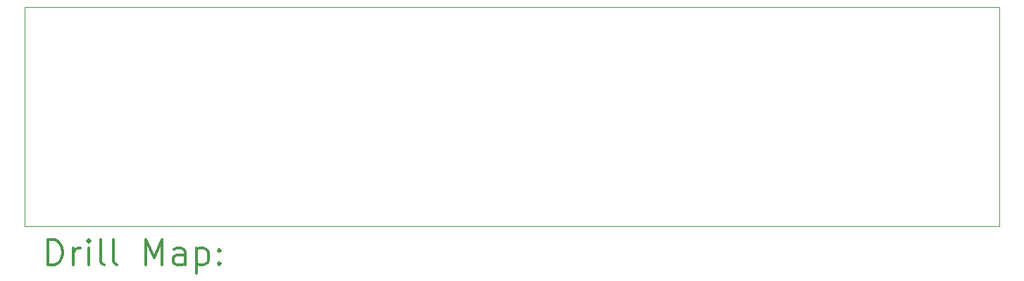
<source format=gbr>
%FSLAX45Y45*%
G04 Gerber Fmt 4.5, Leading zero omitted, Abs format (unit mm)*
G04 Created by KiCad (PCBNEW (5.1.8)-1) date 2021-04-28 16:51:16*
%MOMM*%
%LPD*%
G01*
G04 APERTURE LIST*
%TA.AperFunction,Profile*%
%ADD10C,0.050000*%
%TD*%
%ADD11C,0.200000*%
%ADD12C,0.300000*%
G04 APERTURE END LIST*
D10*
X16611600Y-10756900D02*
X4889500Y-10756900D01*
X4889500Y-8115300D02*
X4889500Y-10756900D01*
X16611600Y-8115300D02*
X4889500Y-8115300D01*
X16611600Y-10756900D02*
X16611600Y-8115300D01*
D11*
D12*
X5173428Y-11225114D02*
X5173428Y-10925114D01*
X5244857Y-10925114D01*
X5287714Y-10939400D01*
X5316286Y-10967972D01*
X5330571Y-10996543D01*
X5344857Y-11053686D01*
X5344857Y-11096543D01*
X5330571Y-11153686D01*
X5316286Y-11182257D01*
X5287714Y-11210829D01*
X5244857Y-11225114D01*
X5173428Y-11225114D01*
X5473428Y-11225114D02*
X5473428Y-11025114D01*
X5473428Y-11082257D02*
X5487714Y-11053686D01*
X5502000Y-11039400D01*
X5530571Y-11025114D01*
X5559143Y-11025114D01*
X5659143Y-11225114D02*
X5659143Y-11025114D01*
X5659143Y-10925114D02*
X5644857Y-10939400D01*
X5659143Y-10953686D01*
X5673428Y-10939400D01*
X5659143Y-10925114D01*
X5659143Y-10953686D01*
X5844857Y-11225114D02*
X5816286Y-11210829D01*
X5802000Y-11182257D01*
X5802000Y-10925114D01*
X6002000Y-11225114D02*
X5973428Y-11210829D01*
X5959143Y-11182257D01*
X5959143Y-10925114D01*
X6344857Y-11225114D02*
X6344857Y-10925114D01*
X6444857Y-11139400D01*
X6544857Y-10925114D01*
X6544857Y-11225114D01*
X6816286Y-11225114D02*
X6816286Y-11067972D01*
X6802000Y-11039400D01*
X6773428Y-11025114D01*
X6716286Y-11025114D01*
X6687714Y-11039400D01*
X6816286Y-11210829D02*
X6787714Y-11225114D01*
X6716286Y-11225114D01*
X6687714Y-11210829D01*
X6673428Y-11182257D01*
X6673428Y-11153686D01*
X6687714Y-11125114D01*
X6716286Y-11110829D01*
X6787714Y-11110829D01*
X6816286Y-11096543D01*
X6959143Y-11025114D02*
X6959143Y-11325114D01*
X6959143Y-11039400D02*
X6987714Y-11025114D01*
X7044857Y-11025114D01*
X7073428Y-11039400D01*
X7087714Y-11053686D01*
X7102000Y-11082257D01*
X7102000Y-11167972D01*
X7087714Y-11196543D01*
X7073428Y-11210829D01*
X7044857Y-11225114D01*
X6987714Y-11225114D01*
X6959143Y-11210829D01*
X7230571Y-11196543D02*
X7244857Y-11210829D01*
X7230571Y-11225114D01*
X7216286Y-11210829D01*
X7230571Y-11196543D01*
X7230571Y-11225114D01*
X7230571Y-11039400D02*
X7244857Y-11053686D01*
X7230571Y-11067972D01*
X7216286Y-11053686D01*
X7230571Y-11039400D01*
X7230571Y-11067972D01*
M02*

</source>
